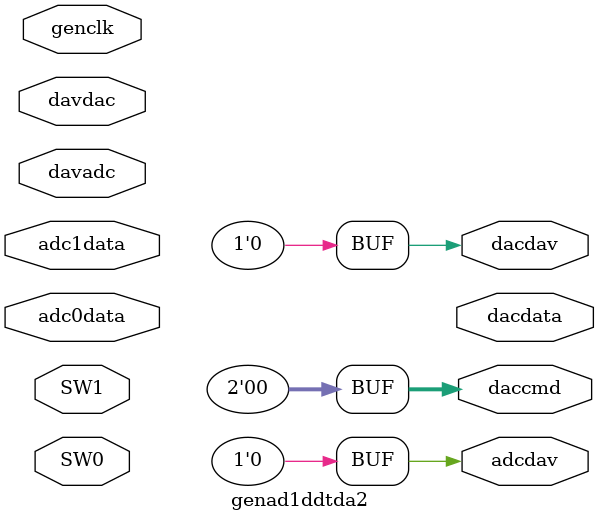
<source format=v>
`timescale 1ns / 1ps

module lab6_top_module(
	input CLK,
	input[7:0] SW,
	output JA1,
	input JA2,
	input JA3,
	output JA4,
	output JA7,
	output JA8,
	output JA9,
	output JA10
    );

	wire adcdav, davadc, adcsck, adc0d, adc1d, adccs;
	wire dacdav, davdac, dacsck, dacout, dacsync, sysclk, genclk;
	wire [11:0] dacdata;
	wire [1:0] dacmd;
	wire [11:0] adc0data, adc1data;
	
	assign JA1 = adccs;		// ADC 
	assign adc0d = JA2;
	assign adc1d = JA3;
	assign JA4 = adcsck;
	assign JA7 = dacsync;	// DAC 
	assign JA8 = dacout;
	assign JA9 = 0;
	assign JA10 = dacsck;		  
	
	// 100 KHz
	clock M1 (.CLK(CLK),			
				.clkscale(2500),
				.clk(genclk));
				
	// 25 MHz
	clock M0 (.CLK(CLK),			
				.clkscale(2),
				.clk(sysclk));
	
	ad1adc M2 (.adcclk(sysclk),	// Analog to Digital Converter (ADC)
				.adcdav(adcdav),
				.davadc(davadc),
				.adc0data(adc0data),
				.adc1data(adc1data),
				.adcsck(adcsck),
				.adc0d(adc0d),
				.adc1d(adc1d),
				.adccs(adccs));
				
	/*
	genad1ddtda2 M3 (.genclk(genclk),	// FIR filter
						.SW0(SW[0]),
						.SW1(SW[1]),
						.adcdav(adcdav),
						.davadc(davadc),
						.adc0data(adc0data),
						.adc1data(adc1data),
						.dacdav(dacdav),
						.davdac(davdac),
						.dacdata(dacdata),
						.daccmd(daccmd));
	*/
	
	da2dac M4 (.dacclk(sysclk),		// Digital to Analog Converter (DAC)
				.dacdav(dacdav),
				.davdac(davdac),
				.dacout(dacout),
				.dacsck(dacsck),
				.dacsync(dacsync),
				.daccmd(daccmd),
				.dacdata(dacdata));
				
//New filter FIR module.
filter M5(.sclr(sclr),.clk(CLK),.nd(nd),.rfd(rfd),.rdy(rdy),.din(dacdata),.dout(adc1data));
				
				
endmodule
	
module genad1ddtda2(input genclk, SW0, SW1, output reg adcdav=0, input davadc,
                    input [11:0] adc0data, input [11:0] adc1data, output reg dacdav=0,
				        input davdac, output reg [11:0] dacdata, output reg [1:0] daccmd=0);

/* Comment out the old filter that I manually made for the lab6.

reg [11:0] value;
reg [11:0] xa;		// x(m)
reg [11:0] xb;		// x(m+1)
reg [11:0] xc;		// x(m-1)
reg [11:0] xd;		// x(m-2)
reg [16:0] ya;		// y(m)


always@(posedge genclk)
	begin
		adcdav=1;		// ADC conversion
		dacdav=1;		// DAC conversion, in parallel
			
		if (davadc==1 && davdac==1)	// ADC and DAC status
			begin
				adcdav=0;
				dacdav=0;
				if (SW0==0)	// select one ADC channel
					value=adc0data;
				else
               value=adc1data;                                                                                                                                          
				if (SW1==0)		
					begin
						xd=xc;
						xc=xa;		// FIR filter
						xa=xb;		
						xb=value;
						//The filter we need to make is H(Z) = b0 + b1Z + b2Z^-1 + b3Z^-2
						//Where in my case the constants are
						//b0 = 2
						//b1 = 3
						//b2 = 4
						//b3 = 1
						//Therefor the formula we need to use for the filter is...
						ya=(2*xa)+(3*xb)+(4*xc)+(1*xd);
							
						dacdata=ya[16:5];	// DC offset	
					end
				else
					dacdata=value;	// bypass filtering
			end
	end
	
*/

endmodule


</source>
